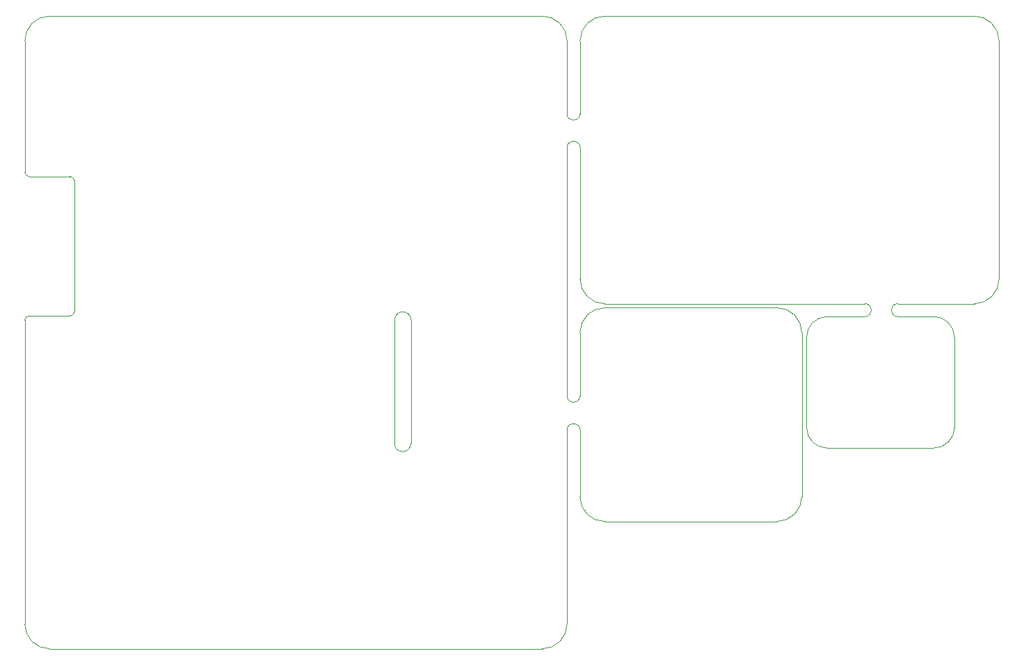
<source format=gm1>
G04 #@! TF.GenerationSoftware,KiCad,Pcbnew,(5.1.10-1-10_14)*
G04 #@! TF.CreationDate,2022-08-11T15:17:29-07:00*
G04 #@! TF.ProjectId,ulc-mm,756c632d-6d6d-42e6-9b69-6361645f7063,rev?*
G04 #@! TF.SameCoordinates,Original*
G04 #@! TF.FileFunction,Profile,NP*
%FSLAX46Y46*%
G04 Gerber Fmt 4.6, Leading zero omitted, Abs format (unit mm)*
G04 Created by KiCad (PCBNEW (5.1.10-1-10_14)) date 2022-08-11 15:17:29*
%MOMM*%
%LPD*%
G01*
G04 APERTURE LIST*
G04 #@! TA.AperFunction,Profile*
%ADD10C,0.100000*%
G04 #@! TD*
G04 APERTURE END LIST*
D10*
X305253800Y-130569000D02*
X309647000Y-130571001D01*
X296647000Y-130571001D02*
X301253800Y-130569000D01*
X309647000Y-130571001D02*
G75*
G02*
X312147000Y-133071001I0J-2500000D01*
G01*
X312147000Y-144071001D02*
X312147000Y-133071001D01*
X294147000Y-133071001D02*
G75*
G02*
X296647000Y-130571001I2500000J0D01*
G01*
X294147000Y-144071001D02*
X294147000Y-133071001D01*
X296647000Y-146571001D02*
G75*
G02*
X294147000Y-144071001I0J2500000D01*
G01*
X312147000Y-144071001D02*
G75*
G02*
X309647000Y-146571001I-2500000J0D01*
G01*
X296647000Y-146571000D02*
X309647000Y-146571001D01*
X305253800Y-128994200D02*
X314575400Y-129000000D01*
X305253800Y-128994200D02*
G75*
G03*
X305253800Y-130569000I0J-787400D01*
G01*
X301253800Y-130569000D02*
G75*
G03*
X301253800Y-128994200I0J787400D01*
G01*
X265000000Y-144370000D02*
X265000000Y-168000000D01*
X265000000Y-109999300D02*
X265000000Y-140230000D01*
X265000000Y-97000000D02*
X265000000Y-105885200D01*
X265000000Y-97000000D02*
G75*
G03*
X262000000Y-94000000I-3000000J0D01*
G01*
X244000000Y-146000000D02*
X244000000Y-131000000D01*
X246000000Y-131000000D02*
X246000000Y-146000000D01*
X246000000Y-131000000D02*
G75*
G03*
X244000000Y-131000000I-1000000J0D01*
G01*
X244000000Y-146000000D02*
G75*
G03*
X246000000Y-146000000I1000000J0D01*
G01*
X199499127Y-130500001D02*
G75*
G03*
X199000000Y-131000000I873J-499999D01*
G01*
X204500000Y-130500000D02*
G75*
G03*
X205000000Y-130000000I0J500000D01*
G01*
X199000000Y-113000000D02*
G75*
G03*
X199500000Y-113500000I500000J0D01*
G01*
X205000000Y-114000000D02*
G75*
G03*
X204500000Y-113500000I-500000J0D01*
G01*
X199000000Y-97000000D02*
X199000000Y-113000000D01*
X262000000Y-171000000D02*
G75*
G03*
X265000000Y-168000000I0J3000000D01*
G01*
X199000000Y-168000000D02*
G75*
G03*
X202000000Y-171000000I3000000J0D01*
G01*
X202000000Y-94000000D02*
G75*
G03*
X199000000Y-97000000I0J-3000000D01*
G01*
X262000000Y-94000000D02*
X202000000Y-94000000D01*
X204500000Y-130500000D02*
X199500000Y-130500000D01*
X205000000Y-114000000D02*
X205000000Y-130000000D01*
X199500000Y-113500000D02*
X204500000Y-113500000D01*
X202000000Y-171000000D02*
X262000000Y-171000000D01*
X199000000Y-131000000D02*
X199000000Y-168000000D01*
X265000600Y-105885200D02*
G75*
G03*
X266575400Y-105885200I787400J0D01*
G01*
X266574000Y-109999300D02*
X266575400Y-126000000D01*
X266575400Y-105885200D02*
X266575400Y-97000000D01*
X266574000Y-109999300D02*
G75*
G03*
X264999200Y-109999300I-787400J0D01*
G01*
X314575400Y-129000000D02*
G75*
G03*
X317575400Y-126000000I0J3000000D01*
G01*
X317575400Y-97000000D02*
G75*
G03*
X314575400Y-94000000I-3000000J0D01*
G01*
X317575400Y-97000000D02*
X317575400Y-126000000D01*
X269575400Y-129000000D02*
X301253800Y-128994200D01*
X266575400Y-126000000D02*
G75*
G03*
X269575400Y-129000000I3000000J0D01*
G01*
X269575400Y-94000000D02*
G75*
G03*
X266575400Y-97000000I0J-3000000D01*
G01*
X269575400Y-94000000D02*
X314575400Y-94000000D01*
X266574800Y-144370000D02*
X266570251Y-152500000D01*
X266570251Y-132500001D02*
X266574800Y-140230000D01*
X269570251Y-155500000D02*
X270945252Y-155500000D01*
X266570251Y-132500001D02*
G75*
G02*
X269570251Y-129500001I3000000J0D01*
G01*
X293570251Y-132500000D02*
X293570251Y-152499999D01*
X293570251Y-152499999D02*
G75*
G02*
X290570251Y-155499999I-3000000J0D01*
G01*
X270945252Y-155500000D02*
X290570251Y-155500000D01*
X269570251Y-129500001D02*
X290570251Y-129500000D01*
X290570251Y-129500000D02*
G75*
G02*
X293570251Y-132500000I0J-3000000D01*
G01*
X269570251Y-155500000D02*
G75*
G02*
X266570251Y-152500000I0J3000000D01*
G01*
X266574800Y-144370000D02*
G75*
G03*
X265000000Y-144370000I-787400J0D01*
G01*
X265000000Y-140230000D02*
G75*
G03*
X266574800Y-140230000I787400J0D01*
G01*
M02*

</source>
